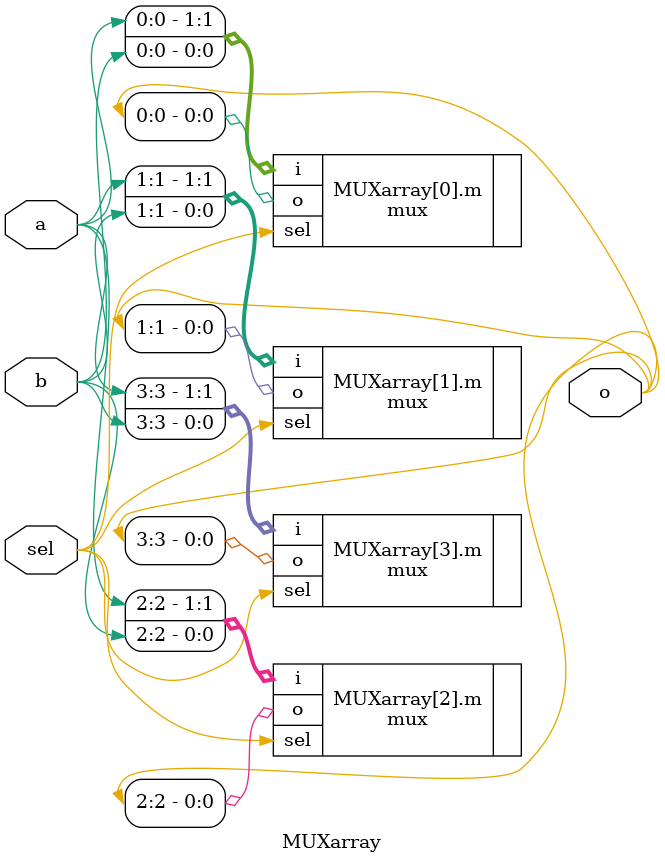
<source format=v>
`timescale 1ns / 1ps
module MUXarray #( parameter SIZE =4) (
input sel ,
input [SIZE-1:0] a,
input [SIZE-1:0] b,
output [SIZE-1:0] o
);
genvar i;
generate
for (i=0; i<SIZE; i=i+1) begin: MUXarray
mux m(
.i({a[i],b[i]}),
.sel(sel),
.o(o[i])
);
end
endgenerate
endmodule
</source>
